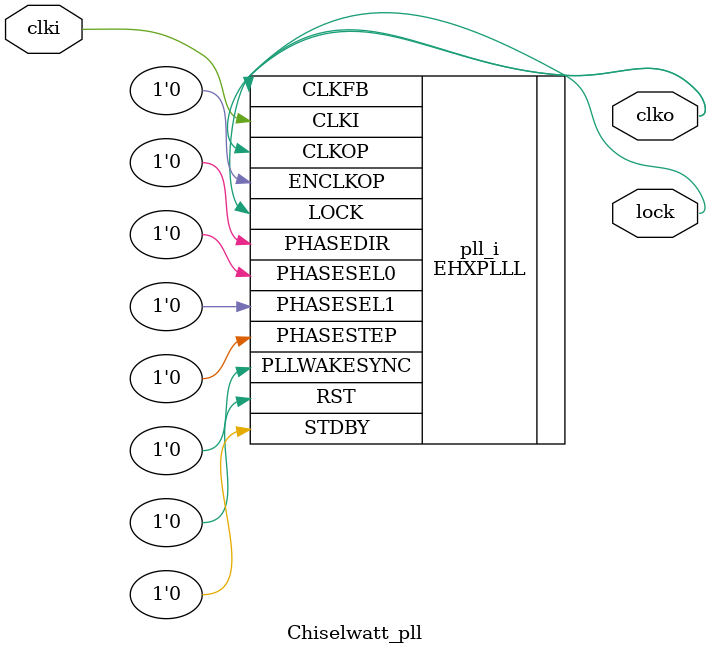
<source format=v>
module Chiselwatt_pll(
  input  clki,
  output clko,
  output lock
);
  (* ICP_CURRENT="12" *) (* LPF_RESISTOR="8" *) (* MFG_ENABLE_FILTEROPAMP="1" *) (* MFG_GMCREF_SEL="2" *)

  EHXPLLL #(
    .PLLRST_ENA("DISABLED"),
    .INTFB_WAKE("DISABLED"),
    .STDBY_ENABLE("DISABLED"),
    .DPHASE_SOURCE("DISABLED"),
    .CLKOP_FPHASE(0),
    .CLKOP_CPHASE(11),
    .OUTDIVIDER_MUXA("DIVA"),
    .CLKOP_ENABLE("ENABLED"),
    .CLKOP_DIV(12),
    .CLKFB_DIV(10),
    .CLKI_DIV(5),
    .FEEDBK_PATH("CLKOP")
  ) pll_i (
    .CLKI(clki),
    .CLKFB(clko),
    .CLKOP(clko),
    .LOCK(lock),
    .RST(1'b0),
    .STDBY(1'b0),
    .PHASESEL0(1'b0),
    .PHASESEL1(1'b0),
    .PHASEDIR(1'b0),
    .PHASESTEP(1'b0),
    .PLLWAKESYNC(1'b0),
    .ENCLKOP(1'b0)
  );

endmodule

</source>
